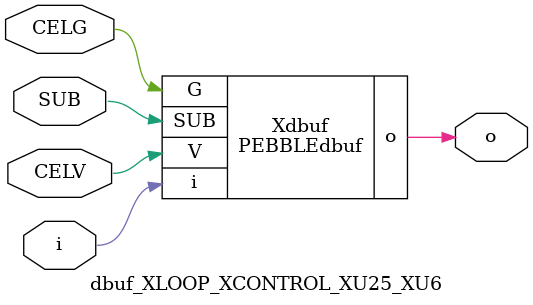
<source format=v>



module PEBBLEdbuf ( o, G, SUB, V, i );

  input V;
  input i;
  input G;
  output o;
  input SUB;
endmodule

//Celera Confidential Do Not Copy dbuf_XLOOP_XCONTROL_XU25_XU6
//Celera Confidential Symbol Generator
//Digital Buffer
module dbuf_XLOOP_XCONTROL_XU25_XU6 (CELV,CELG,i,o,SUB);
input CELV;
input CELG;
input i;
input SUB;
output o;

//Celera Confidential Do Not Copy dbuf
PEBBLEdbuf Xdbuf(
.V (CELV),
.i (i),
.o (o),
.SUB (SUB),
.G (CELG)
);
//,diesize,PEBBLEdbuf

//Celera Confidential Do Not Copy Module End
//Celera Schematic Generator
endmodule

</source>
